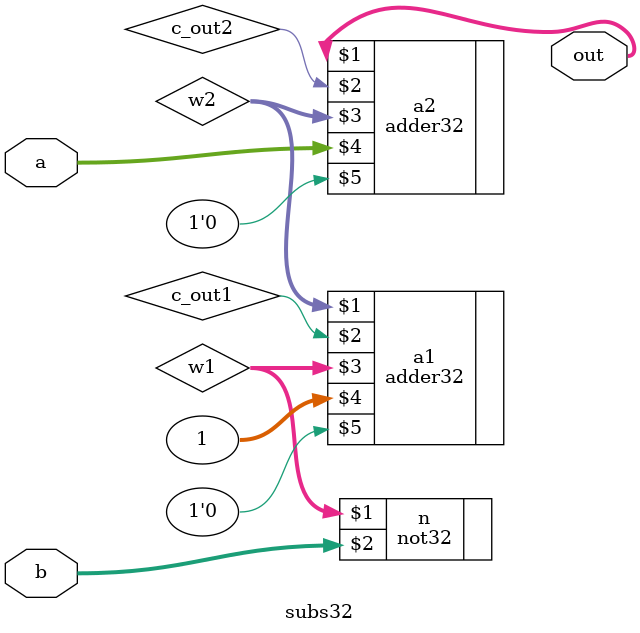
<source format=v>
module subs32(out, a, b);				
					
input [31:0] a, b;
output [31:0] out;

wire [31:0] w1, w2;
wire c_out1, c_out2;

	// taking 2's complement of second input
	not32 n(w1, b);
	adder32 a1(w2, c_out1, w1, 32'b1, 1'b0);
	// adds first input and 2's complement of second input
	adder32 a2(out, c_out2, w2, a, 1'b0);

endmodule
</source>
